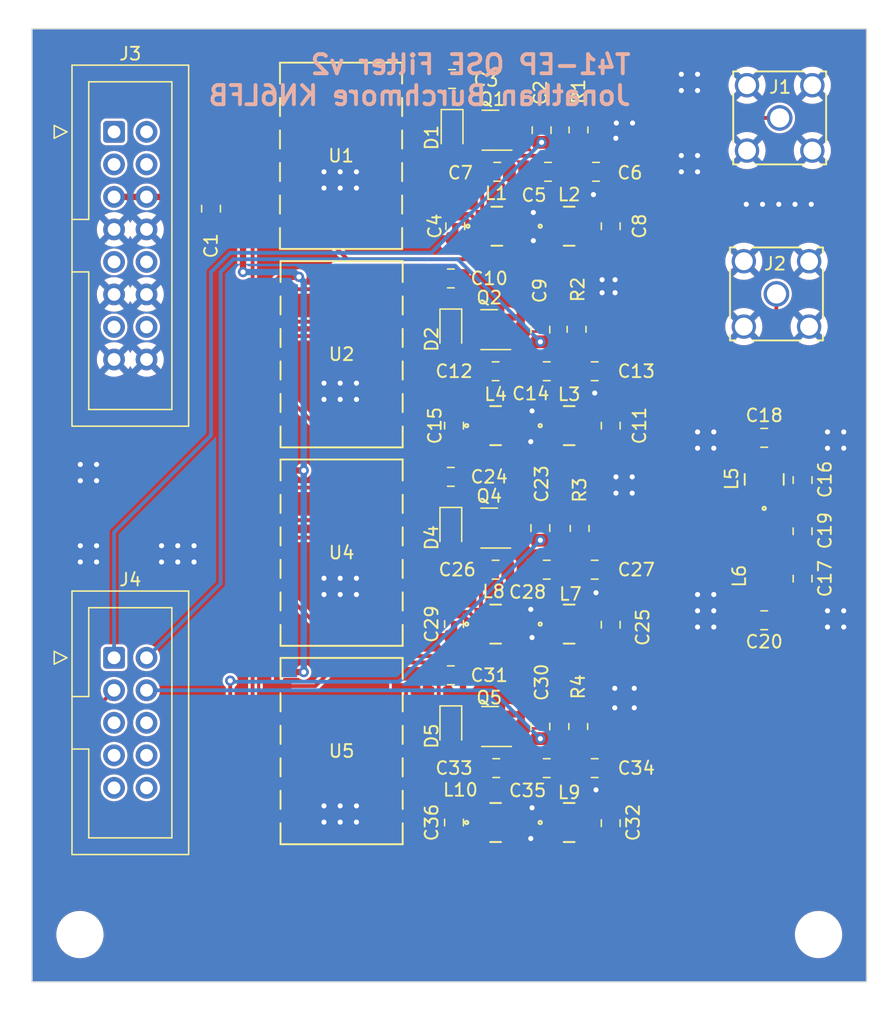
<source format=kicad_pcb>
(kicad_pcb (version 20221018) (generator pcbnew)
  (layers (0 "F.Cu" signal) (31 "B.Cu" signal) (34 "B.Paste" user) (35 "F.Paste" user) (36 "B.SilkS" user "B.Silkscreen") (37 "F.SilkS" user "F.Silkscreen") (38 "B.Mask" user) (39 "F.Mask" user) (44 "Edge.Cuts" user))
  (net 0 "")
  (net 1 "Band_80M")
  (net 2 "GND")
  (net 3 "Net-(D1-A)")
  (net 4 "Band_40M")
  (net 5 "Net-(D2-A)")
  (net 6 "Band_20M")
  (net 7 "Net-(D4-A)")
  (net 8 "Band_15M")
  (net 9 "Net-(D5-A)")
  (net 10 "+12V")
  (net 11 "Net-(U5-Pad2)")
  (net 12 "15M_Out")
  (net 13 "Net-(C32-Pad2)")
  (net 16 "Net-(C33-Pad1)")
  (net 17 "20M_Out")
  (net 18 "Net-(U1-Pad2)")
  (net 19 "80M_Out")
  (net 20 "Net-(C6-Pad1)")
  (net 23 "Net-(C4-Pad1)")
  (net 24 "RF_In")
  (net 25 "Net-(U2-Pad2)")
  (net 26 "40M_Out")
  (net 27 "Net-(C11-Pad2)")
  (net 30 "Net-(C12-Pad1)")
  (net 31 "Net-(U4-Pad2)")
  (net 32 "Net-(C25-Pad2)")
  (net 35 "Net-(C26-Pad1)")
  (net 36 "Net-(C5-Pad1)")
  (net 37 "Net-(C11-Pad1)")
  (net 38 "Net-(C16-Pad1)")
  (net 39 "RF_Out")
  (net 40 "Net-(C25-Pad1)")
  (net 41 "Net-(C32-Pad1)")
  (footprint "QSE Filter:C_0805_2012Metric" (layer "F.Cu") (at 110.5 78.25 -90)
    (fp_text reference "C15")
    (fp_text value "680pF" hide)
  )
  (footprint "QSE Filter:INDC2015X152N" (layer "F.Cu") (at 134.75 90.055001 90)
    (fp_text reference "L6")
    (fp_text value "200nH")
  )
  (footprint "QSE Filter:IND_1008CS_COC" (layer "F.Cu") (at 113.75 109.25)
    (fp_text reference "L10")
    (fp_text value "270nH")
  )
  (footprint "QSE Filter:C_0805_2012Metric" (layer "F.Cu") (at 117.75 89.5)
    (fp_text reference "C28")
    (fp_text value "620pF" hide)
  )
  (footprint "QSE Filter:D_SOD-323" (layer "F.Cu") (at 110.25 101.75 -90)
    (fp_text reference "D5")
    (fp_text value "1N4148WS" hide)
  )
  (footprint "QSE Filter:C_0805_2012Metric" (layer "F.Cu") (at 121.5 105 180)
    (fp_text reference "C34")
    (fp_text value "240pF" hide)
  )
  (footprint "QSE Filter:D_SOD-323" (layer "F.Cu") (at 110.25 70.75 -90)
    (fp_text reference "D2")
    (fp_text value "1N4148WS" hide)
  )
  (footprint "QSE Filter:IND_1008CS_COC" (layer "F.Cu") (at 119.5 109.25)
    (fp_text reference "L9")
    (fp_text value "220nH")
  )
  (footprint "QSE Filter:C_0805_2012Metric" (layer "F.Cu") (at 113.75 89.5)
    (fp_text reference "C26")
    (fp_text value "47pF" hide)
  )
  (footprint "QSE Filter:C_0805_2012Metric" (layer "F.Cu") (at 117.847499 58.42)
    (fp_text reference "C5")
    (fp_text value "2400pF" hide)
  )
  (footprint "QSE Filter:CONN_RF2-04A-T-00-50-G_ADM" (layer "F.Cu") (at 135.96 54.21)
    (fp_text reference "J1")
    (fp_text value "RF In")
  )
  (footprint "QSE Filter:C_0805_2012Metric" (layer "F.Cu") (at 117.75 74)
    (fp_text reference "C14")
    (fp_text value "1300pF" hide)
  )
  (footprint "QSE Filter:MountingHole_3.2mm_M3" (layer "F.Cu") (at 81.25 118)
    (fp_text reference "REF**" hide)
    (fp_text value "MountingHole_3.2mm_M3" hide)
  )
  (footprint "QSE Filter:C_0805_2012Metric" (layer "F.Cu") (at 137.75 86.5 90)
    (fp_text reference "C19")
    (fp_text value "390pF" hide)
  )
  (footprint "QSE Filter:C_0805_2012Metric" (layer "F.Cu") (at 110.347499 51.17)
    (fp_text reference "C3")
    (fp_text value "0.1uF" hide)
  )
  (footprint "QSE Filter:C_0805_2012Metric" (layer "F.Cu") (at 117.25 101.75 90)
    (fp_text reference "C30")
    (fp_text value "0.1uF" hide)
  )
  (footprint "QSE Filter:IND_1008CS_COC" (layer "F.Cu") (at 119.5 62.67)
    (fp_text reference "L2")
    (fp_text value "1.3uH")
  )
  (footprint "QSE Filter:C_0805_2012Metric" (layer "F.Cu") (at 117.347499 55.17 90)
    (fp_text reference "C2")
    (fp_text value "0.1uF" hide)
  )
  (footprint "QSE Filter:C_0805_2012Metric" (layer "F.Cu") (at 113.8 105)
    (fp_text reference "C33")
    (fp_text value "36pF" hide)
  )
  (footprint "QSE Filter:C_0805_2012Metric" (layer "F.Cu") (at 110.25 97.75)
    (fp_text reference "C31")
    (fp_text value "0.1uF" hide)
  )
  (footprint "QSE Filter:SOT-23" (layer "F.Cu") (at 113.3125 101.75 180)
    (fp_text reference "Q5")
    (fp_text value "2N7002" hide)
  )
  (footprint "QSE Filter:IND_1008CS_COC" (layer "F.Cu") (at 113.75 93.75)
    (fp_text reference "L8")
    (fp_text value "390nF")
  )
  (footprint "QSE Filter:SOT-23" (layer "F.Cu") (at 113.25 86.25 180)
    (fp_text reference "Q4")
    (fp_text value "2N7002" hide)
  )
  (footprint "QSE Filter:IND_1008CS_COC" (layer "F.Cu") (at 113.847499 62.67)
    (fp_text reference "L1")
    (fp_text value "1.5uH")
  )
  (footprint "QSE Filter:SOT-23" (layer "F.Cu") (at 113.25 70.75 180)
    (fp_text reference "Q2")
    (fp_text value "2N7002" hide)
  )
  (footprint "QSE Filter:C_0805_2012Metric" (layer "F.Cu") (at 113.75 74)
    (fp_text reference "C12")
    (fp_text value "91pF" hide)
  )
  (footprint "QSE Filter:D_SOD-323" (layer "F.Cu") (at 110.347499 55.17 -90)
    (fp_text reference "D1")
    (fp_text value "1N4148WS" hide)
  )
  (footprint "QSE Filter:R_0805_2012Metric" (layer "F.Cu") (at 120.23 55.15 90)
    (fp_text reference "R1")
    (fp_text value "6.8K" hide)
  )
  (footprint "QSE Filter:C_0805_2012Metric" (layer "F.Cu") (at 117.25 86.25 90)
    (fp_text reference "C23")
    (fp_text value "0.1uF" hide)
  )
  (footprint "QSE Filter:C_0805_2012Metric" (layer "F.Cu") (at 117.25 70.75 90)
    (fp_text reference "C9")
    (fp_text value "0.1uF" hide)
  )
  (footprint "QSE Filter:C_0805_2012Metric" (layer "F.Cu") (at 117.75 105)
    (fp_text reference "C35")
    (fp_text value "510pF" hide)
  )
  (footprint "QSE Filter:IDC-Header_2x05_P2.54mm_Vertical" (layer "F.Cu") (at 83.9181 96.38)
    (fp_text reference "J4")
    (fp_text value "Control In")
  )
  (footprint "QSE Filter:D_SOD-323" (layer "F.Cu") (at 110.25 86.25 -90)
    (fp_text reference "D4")
    (fp_text value "1N4148WS" hide)
  )
  (footprint "QSE Filter:C_0805_2012Metric" (layer "F.Cu") (at 122.75 78.25 90)
    (fp_text reference "C11")
    (fp_text value "220pF" hide)
  )
  (footprint "QSE Filter:R_0805_2012Metric" (layer "F.Cu") (at 120.08 70.72 90)
    (fp_text reference "R2")
    (fp_text value "6.8K" hide)
  )
  (footprint "QSE Filter:EB2-12NU_KEM" (layer "F.Cu") (at 101.7081 88.17)
    (fp_text reference "U4")
    (fp_text value "EB2-12NU")
  )
  (footprint "QSE Filter:C_0805_2012Metric" (layer "F.Cu") (at 121.5 89.5 180)
    (fp_text reference "C27")
    (fp_text value "300pF" hide)
  )
  (footprint "QSE Filter:C_0805_2012Metric" (layer "F.Cu") (at 134.75 79.2 180)
    (fp_text reference "C18")
    (fp_text value "180pF" hide)
  )
  (footprint "QSE Filter:MountingHole_3.2mm_M3" (layer "F.Cu") (at 139 118)
    (fp_text reference "REF**" hide)
    (fp_text value "MountingHole_3.2mm_M3" hide)
  )
  (footprint "QSE Filter:IND_1008CS_COC" (layer "F.Cu") (at 119.5 93.75)
    (fp_text reference "L7")
    (fp_text value "330nH")
  )
  (footprint "QSE Filter:EB2-12NU_KEM" (layer "F.Cu") (at 101.7081 103.67)
    (fp_text reference "U5")
    (fp_text value "EB2-12NU")
  )
  (footprint "QSE Filter:C_0805_2012Metric" (layer "F.Cu") (at 122.75 109.3 90)
    (fp_text reference "C32")
    (fp_text value "82pF" hide)
  )
  (footprint "QSE Filter:CONN_RF2-04A-T-00-50-G_ADM" (layer "F.Cu") (at 135.71 67.96)
    (fp_text reference "J2")
    (fp_text value "RF Out")
  )
  (footprint "QSE Filter:R_0805_2012Metric" (layer "F.Cu") (at 120.32 86.28 90)
    (fp_text reference "R3")
    (fp_text value "6.8K" hide)
  )
  (footprint "QSE Filter:IND_1008CS_COC" (layer "F.Cu") (at 113.75 78.25)
    (fp_text reference "L4")
    (fp_text value "750nH")
  )
  (footprint "QSE Filter:C_0805_2012Metric" (layer "F.Cu") (at 110.597499 62.67 -90)
    (fp_text reference "C4")
    (fp_text value "1300pF" hide)
  )
  (footprint "QSE Filter:C_0805_2012Metric" (layer "F.Cu") (at 110.25 66.75)
    (fp_text reference "C10")
    (fp_text value "0.1uF" hide)
  )
  (footprint "QSE Filter:C_0805_2012Metric" (layer "F.Cu") (at 110.5 93.75 -90)
    (fp_text reference "C29")
    (fp_text value "330pF" hide)
  )
  (footprint "QSE Filter:C_0805_2012Metric" (layer "F.Cu") (at 113.877499 58.42)
    (fp_text reference "C7")
    (fp_text value "180pF" hide)
  )
  (footprint "QSE Filter:IND_1008CS_COC" (layer "F.Cu") (at 119.5 78.25)
    (fp_text reference "L3")
    (fp_text value "620nH")
  )
  (footprint "QSE Filter:EB2-12NU_KEM" (layer "F.Cu") (at 101.7081 72.67)
    (fp_text reference "U2")
    (fp_text value "EB2-12NU")
  )
  (footprint "QSE Filter:C_0805_2012Metric" (layer "F.Cu") (at 121.597499 58.42 180)
    (fp_text reference "C6")
    (fp_text value "1100pF" hide)
  )
  (footprint "QSE Filter:C_0805_2012Metric" (layer "F.Cu") (at 134.75 93.45 180)
    (fp_text reference "C20")
    (fp_text value "180pF" hide)
  )
  (footprint "QSE Filter:C_0805_2012Metric" (layer "F.Cu") (at 91.5 61.3 -90)
    (fp_text reference "C1")
    (fp_text value "0.1uF")
  )
  (footprint "QSE Filter:R_0805_2012Metric" (layer "F.Cu") (at 120.21 101.75 90)
    (fp_text reference "R4")
    (fp_text value "6.8K" hide)
  )
  (footprint "QSE Filter:EB2-12NU_KEM" (layer "F.Cu") (at 101.6662 57.17)
    (fp_text reference "U1")
    (fp_text value "EB2-12NU")
  )
  (footprint "QSE Filter:C_0805_2012Metric" (layer "F.Cu") (at 122.75 62.67 90)
    (fp_text reference "C8")
    (fp_text value "390pF" hide)
  )
  (footprint "QSE Filter:C_0805_2012Metric" (layer "F.Cu") (at 121.5 74 180)
    (fp_text reference "C13")
    (fp_text value "560pF" hide)
  )
  (footprint "QSE Filter:C_0805_2012Metric" (layer "F.Cu") (at 110.25 82.25)
    (fp_text reference "C24")
    (fp_text value "0.1uF" hide)
  )
  (footprint "QSE Filter:SOT-23" (layer "F.Cu") (at 113.347499 55.17 180)
    (fp_text reference "Q1")
    (fp_text value "2N7002" hide)
  )
  (footprint "QSE Filter:C_0805_2012Metric" (layer "F.Cu") (at 110.5 109.25 -90)
    (fp_text reference "C36")
    (fp_text value "220pF" hide)
  )
  (footprint "QSE Filter:C_0805_2012Metric" (layer "F.Cu") (at 137.75 82.5 90)
    (fp_text reference "C16")
    (fp_text value "62pF" hide)
  )
  (footprint "QSE Filter:C_0805_2012Metric" (layer "F.Cu") (at 137.75 90.2 90)
    (fp_text reference "C17")
    (fp_text value "27pF" hide)
  )
  (footprint "QSE Filter:IDC-Header_2x08_P2.54mm_Vertical" (layer "F.Cu") (at 83.9181 55.3)
    (fp_text reference "J3")
    (fp_text value "Power")
  )
  (footprint "QSE Filter:C_0805_2012Metric" (layer "F.Cu") (at 122.75 93.8 90)
    (fp_text reference "C25")
    (fp_text value "110pF" hide)
  )
  (footprint "QSE Filter:IND_1008CS_COC" (layer "F.Cu") (at 134.75 82.45 90)
    (fp_text reference "L5")
    (fp_text value "180nH")
  )
  (gr_rect (start 77.5 47.25) (end 142.75 121.7) (stroke (width 0.1)) (fill none) (layer "Edge.Cuts"))
  (gr_text "T41-EP QSE Filter v2\nJonathan Burchmore KN6LFB" (at 124.46 53.34) (layer "B.SilkS") (effects (font (size 1.5 1.5) (thickness 0.3) bold) (justify left bottom mirror)))
  (segment (start 117.347499 56.12) (end 120.1725 56.12) (width 0.25) (layer "F.Cu") (net 1))
  (segment (start 114.284999 56.12) (end 117.347499 56.12) (width 0.3) (layer "F.Cu") (net 1))
  (segment (start 120.1725 56.12) (end 120.23 56.0625) (width 0.25) (layer "F.Cu") (net 1))
  (segment (start 119.9425 56.12) (end 119.97 56.0925) (width 0.25) (layer "F.Cu") (net 1))
  (segment (start 119.6925 56.12) (end 119.7 56.1125) (width 0.25) (layer "F.Cu") (net 1))
  (via (at 117.347499 56.12) (size 0.8) (drill 0.4) (layers "F.Cu" "B.Cu") (net 1))
  (segment (start 83.9181 96.38) (end 83.9181 86.5819) (width 0.3) (layer "B.Cu") (net 1))
  (segment (start 83.9181 86.5819) (end 91.5 79) (width 0.3) (layer "B.Cu") (net 1))
  (segment (start 93 64.75) (end 108.717499 64.75) (width 0.3) (layer "B.Cu") (net 1))
  (segment (start 108.717499 64.75) (end 117.347499 56.12) (width 0.3) (layer "B.Cu") (net 1))
  (segment (start 91.5 79) (end 91.5 66.25) (width 0.3) (layer "B.Cu") (net 1))
  (segment (start 91.5 66.25) (end 93 64.75) (width 0.3) (layer "B.Cu") (net 1))
  (via (at 128.27 58.42) (size 0.8) (drill 0.4) (layers "F.Cu" "B.Cu") (net 2))
  (via (at 134.62 60.96) (size 0.8) (drill 0.4) (layers "F.Cu" "B.Cu") (net 2))
  (via (at 101.6 109.22) (size 0.8) (drill 0.4) (layers "F.Cu" "B.Cu") (net 2))
  (via (at 130.81 80.01) (size 0.8) (drill 0.4) (layers "F.Cu" "B.Cu") (net 2))
  (via (at 102.87 58.42) (size 0.8) (drill 0.4) (layers "F.Cu" "B.Cu") (net 2))
  (via (at 100.33 109.22) (size 0.8) (drill 0.4) (layers "F.Cu" "B.Cu") (net 2))
  (via (at 140.97 78.74) (size 0.8) (drill 0.4) (layers "F.Cu" "B.Cu") (net 2))
  (via (at 102.87 76.2) (size 0.8) (drill 0.4) (layers "F.Cu" "B.Cu") (net 2))
  (via (at 129.54 52.07) (size 0.8) (drill 0.4) (layers "F.Cu" "B.Cu") (net 2))
  (via (at 140.97 93.98) (size 0.8) (drill 0.4) (layers "F.Cu" "B.Cu") (net 2))
  (via (at 90.17 87.63) (size 0.8) (drill 0.4) (layers "F.Cu" "B.Cu") (net 2))
  (via (at 140.97 92.71) (size 0.8) (drill 0.4) (layers "F.Cu" "B.Cu") (net 2))
  (via (at 129.54 92.71) (size 0.8) (drill 0.4) (layers "F.Cu" "B.Cu") (net 2))
  (via (at 139.7 80.01) (size 0.8) (drill 0.4) (layers "F.Cu" "B.Cu") (net 2))
  (via (at 123.066 98.766) (size 0.8) (drill 0.4) (layers "F.Cu" "B.Cu") (net 2))
  (via (at 102.87 59.69) (size 0.8) (drill 0.4) (layers "F.Cu" "B.Cu") (net 2))
  (via (at 82.55 81.28) (size 0.8) (drill 0.4) (layers "F.Cu" "B.Cu") (net 2))
  (via (at 116.7 63.8) (size 0.8) (drill 0.4) (layers "F.Cu" "B.Cu") (net 2))
  (via (at 129.54 50.8) (size 0.8) (drill 0.4) (layers "F.Cu" "B.Cu") (net 2))
  (via (at 129.54 78.74) (size 0.8) (drill 0.4) (layers "F.Cu" "B.Cu") (net 2))
  (via (at 100.33 76.2) (size 0.8) (drill 0.4) (layers "F.Cu" "B.Cu") (net 2))
  (via (at 128.27 50.8) (size 0.8) (drill 0.4) (layers "F.Cu" "B.Cu") (net 2))
  (via (at 82.55 82.55) (size 0.8) (drill 0.4) (layers "F.Cu" "B.Cu") (net 2))
  (via (at 129.54 93.98) (size 0.8) (drill 0.4) (layers "F.Cu" "B.Cu") (net 2))
  (via (at 81.28 81.28) (size 0.8) (drill 0.4) (layers "F.Cu" "B.Cu") (net 2))
  (via (at 121.6 106.7) (size 0.8) (drill 0.4) (layers "F.Cu" "B.Cu") (net 2))
  (via (at 121.6 91.3) (size 0.8) (drill 0.4) (layers "F.Cu" "B.Cu") (net 2))
  (via (at 116.6 94.8) (size 0.8) (drill 0.4) (layers "F.Cu" "B.Cu") (net 2))
  (via (at 102.87 109.22) (size 0.8) (drill 0.4) (layers "F.Cu" "B.Cu") (net 2))
  (via (at 124.59 100.29) (size 0.8) (drill 0.4) (layers "F.Cu" "B.Cu") (net 2))
  (via (at 88.9 87.63) (size 0.8) (drill 0.4) (layers "F.Cu" "B.Cu") (net 2))
  (via (at 100.33 107.95) (size 0.8) (drill 0.4) (layers "F.Cu" "B.Cu") (net 2))
  (via (at 82.55 88.9) (size 0.8) (drill 0.4) (layers "F.Cu" "B.Cu") (net 2))
  (via (at 130.81 78.74) (size 0.8) (drill 0.4) (layers "F.Cu" "B.Cu") (net 2))
  (via (at 116.5 110.5) (size 0.8) (drill 0.4) (layers "F.Cu" "B.Cu") (net 2))
  (via (at 123.15 55.8) (size 0.8) (drill 0.4) (layers "F.Cu" "B.Cu") (net 2))
  (via (at 139.7 78.74) (size 0.8) (drill 0.4) (layers "F.Cu" "B.Cu") (net 2))
  (via (at 102.87 107.95) (size 0.8) (drill 0.4) (layers "F.Cu" "B.Cu") (net 2))
  (via (at 123.16 82.25) (size 0.8) (drill 0.4) (layers "F.Cu" "B.Cu") (net 2))
  (via (at 101.6 76.2) (size 0.8) (drill 0.4) (layers "F.Cu" "B.Cu") (net 2))
  (via (at 123.19 54.61) (size 0.8) (drill 0.4) (layers "F.Cu" "B.Cu") (net 2))
  (via (at 129.54 80.01) (size 0.8) (drill 0.4) (layers "F.Cu" "B.Cu") (net 2))
  (via (at 81.28 88.9) (size 0.8) (drill 0.4) (layers "F.Cu" "B.Cu") (net 2))
  (via (at 81.28 87.63) (size 0.8) (drill 0.4) (layers "F.Cu" "B.Cu") (net 2))
  (via (at 100.33 74.93) (size 0.8) (drill 0.4) (layers "F.Cu" "B.Cu") (net 2))
  (via (at 101.6 59.69) (size 0.8) (drill 0.4) (layers "F.Cu" "B.Cu") (net 2))
  (via (at 102.87 74.93) (size 0.8) (drill 0.4) (layers "F.Cu" "B.Cu") (net 2))
  (via (at 124.46 54.61) (size 0.8) (drill 0.4) (layers "F.Cu" "B.Cu") (net 2))
  (via (at 140.97 80.01) (size 0.8) (drill 0.4) (layers "F.Cu" "B.Cu") (net 2))
  (via (at 116.6 108.1) (size 0.8) (drill 0.4) (layers "F.Cu" "B.Cu") (net 2))
  (via (at 123.09 66.85) (size 0.8) (drill 0.4) (layers "F.Cu" "B.Cu") (net 2))
  (via (at 122.074 66.85) (size 0.8) (drill 0.4) (layers "F.Cu" "B.Cu") (net 2))
  (via (at 116.6 77.1) (size 0.8) (drill 0.4) (layers "F.Cu" "B.Cu") (net 2))
  (via (at 129.54 91.44) (size 0.8) (drill 0.4) (layers "F.Cu" "B.Cu") (net 2))
  (via (at 123.066 100.29) (size 0.8) (drill 0.4) (layers "F.Cu" "B.Cu") (net 2))
  (via (at 130.81 93.98) (size 0.8) (drill 0.4) (layers "F.Cu" "B.Cu") (net 2))
  (via (at 130.81 92.71) (size 0.8) (drill 0.4) (layers "F.Cu" "B.Cu") (net 2))
  (via (at 133.35 60.96) (size 0.8) (drill 0.4) (layers "F.Cu" "B.Cu") (net 2))
  (via (at 116.5 92.6) (size 0.8) (drill 0.4) (layers "F.Cu" "B.Cu") (net 2))
  (via (at 102.87 90.17) (size 0.8) (drill 0.4) (layers "F.Cu" "B.Cu") (net 2))
  (via (at 128.27 52.07) (size 0.8) (drill 0.4) (layers "F.Cu" "B.Cu") (net 2))
  (via (at 87.63 87.63) (size 0.8) (drill 0.4) (layers "F.Cu" "B.Cu") (net 2))
  (via (at 100.33 59.69) (size 0.8) (drill 0.4) (layers "F.Cu" "B.Cu") (net 2))
  (via (at 101.6 107.95) (size 0.8) (drill 0.4) (layers "F.Cu" "B.Cu") (net 2))
  (via (at 100.33 91.44) (size 0.8) (drill 0.4) (layers "F.Cu" "B.Cu") (net 2))
  (via (at 116.7 61.6) (size 0.8) (drill 0.4) (layers "F.Cu" "B.Cu") (net 2))
  (via (at 100.33 58.42) (size 0.8) (drill 0.4) (layers "F.Cu" "B.Cu") (net 2))
  (via (at 129.54 57.15) (size 0.8) (drill 0.4) (layers "F.Cu" "B.Cu") (net 2))
  (via (at 139.7 93.98) (size 0.8) (drill 0.4) (layers "F.Cu" "B.Cu") (net 2))
  (via (at 90.17 88.9) (size 0.8) (drill 0.4) (layers "F.Cu" "B.Cu") (net 2))
  (via (at 102.87 91.44) (size 0.8) (drill 0.4) (layers "F.Cu" "B.Cu") (net 2))
  (via (at 101.6 58.42) (size 0.8) (drill 0.4) (layers "F.Cu" "B.Cu") (net 2))
  (via (at 121.5 75.7) (size 0.8) (drill 0.4) (layers "F.Cu" "B.Cu") (net 2))
  (via (at 101.6 74.93) (size 0.8) (drill 0.4) (layers "F.Cu" "B.Cu") (net 2))
  (via (at 130.81 91.44) (size 0.8) (drill 0.4) (layers "F.Cu" "B.Cu") (net 2))
  (via (at 81.28 82.55) (size 0.8) (drill 0.4) (layers "F.Cu" "B.Cu") (net 2))
  (via (at 116.5 79.5) (size 0.8) (drill 0.4) (layers "F.Cu" "B.Cu") (net 2))
  (via (at 82.55 87.63) (size 0.8) (drill 0.4) (layers "F.Cu" "B.Cu") (net 2))
  (via (at 128.27 57.15) (size 0.8) (drill 0.4) (layers "F.Cu" "B.Cu") (net 2))
  (via (at 123.16 83.52) (size 0.8) (drill 0.4) (layers "F.Cu" "B.Cu") (net 2))
  (via (at 87.63 88.9) (size 0.8) (drill 0.4) (layers "F.Cu" "B.Cu") (net 2))
  (via (at 123.09 67.866) (size 0.8) (drill 0.4) (layers "F.Cu" "B.Cu") (net 2))
  (via (at 122.074 67.866) (size 0.8) (drill 0.4) (layers "F.Cu" "B.Cu") (net 2))
  (via (at 124.43 82.25) (size 0.8) (drill 0.4) (layers "F.Cu" "B.Cu") (net 2))
  (via (at 88.9 88.9) (size 0.8) (drill 0.4) (layers "F.Cu" "B.Cu") (net 2))
  (via (at 139.7 92.71) (size 0.8) (drill 0.4) (layers "F.Cu" "B.Cu") (net 2))
  (via (at 101.6 90.17) (size 0.8) (drill 0.4) (layers "F.Cu" "B.Cu") (net 2))
  (via (at 101.6 91.44) (size 0.8) (drill 0.4) (layers "F.Cu" "B.Cu") (net 2))
  (via (at 124.59 98.766) (size 0.8) (drill 0.4) (layers "F.Cu" "B.Cu") (net 2))
  (via (at 137.16 60.96) (size 0.8) (drill 0.4) (layers "F.Cu" "B.Cu") (net 2))
  (via (at 138.43 60.96) (size 0.8) (drill 0.4) (layers "F.Cu" "B.Cu") (net 2))
  (via (at 121.4 60.2) (size 0.8) (drill 0.4) (layers "F.Cu" "B.Cu") (net 2))
  (via (at 129.54 58.42) (size 0.8) (drill 0.4) (layers "F.Cu" "B.Cu") (net 2))
  (via (at 100.33 90.17) (size 0.8) (drill 0.4) (layers "F.Cu" "B.Cu") (net 2))
  (via (at 124.43 83.52) (size 0.8) (drill 0.4) (layers "F.Cu" "B.Cu") (net 2))
  (via (at 135.89 60.96) (size 0.8) (drill 0.4) (layers "F.Cu" "B.Cu") (net 2))
  (segment (start 110.347499 56.147499) (end 106.7081 52.5081) (width 0.3) (layer "F.Cu") (net 3))
  (segment (start 112.409999 55.690001) (end 112.409999 55.17) (width 0.3) (layer "F.Cu") (net 3))
  (segment (start 110.347499 56.22) (end 110.347499 56.147499) (width 0.3) (layer "F.Cu") (net 3))
  (segment (start 110.347499 56.22) (end 111.88 56.22) (width 0.3) (layer "F.Cu") (net 3))
  (segment (start 111.88 56.22) (end 112.409999 55.690001) (width 0.3) (layer "F.Cu") (net 3))
  (segment (start 106.7081 52.5081) (end 106.7081 52.089901) (width 0.3) (layer "F.Cu") (net 3))
  (segment (start 120.0125 71.7) (end 120.08 71.6325) (width 0.25) (layer "F.Cu") (net 4))
  (segment (start 114.1875 71.7) (end 117.25 71.7) (width 0.3) (layer "F.Cu") (net 4))
  (segment (start 119.5875 71.7) (end 119.6 71.7125) (width 0.25) (layer "F.Cu") (net 4))
  (segment (start 117.25 71.7) (end 120.0125 71.7) (width 0.25) (layer "F.Cu") (net 4))
  (via (at 117.25 71.7) (size 0.8) (drill 0.4) (layers "F.Cu" "B.Cu") (net 4))
  (segment (start 92.25 66.25) (end 93.25 65.25) (width 0.3) (layer "B.Cu") (net 4))
  (segment (start 93.25 65.25) (end 110.8 65.25) (width 0.3) (layer "B.Cu") (net 4))
  (segment (start 92.25 90.5881) (end 92.25 66.25) (width 0.3) (layer "B.Cu") (net 4))
  (segment (start 110.8 65.25) (end 117.25 71.7) (width 0.3) (layer "B.Cu") (net 4))
  (segment (start 86.4581 96.38) (end 92.25 90.5881) (width 0.3) (layer "B.Cu") (net 4))
  (segment (start 110.25 71.8) (end 110.25 71.05) (width 0.3) (layer "F.Cu") (net 5))
  (segment (start 108.3 69.1) (end 107.4 69.1) (width 0.3) (layer "F.Cu") (net 5))
  (segment (start 107.4 69.1) (end 106.75 68.45) (width 0.3) (layer "F.Cu") (net 5))
  (segment (start 106.75 68.45) (end 106.75 67.589901) (width 0.3) (layer "F.Cu") (net 5))
  (segment (start 110.25 71.05) (end 108.3 69.1) (width 0.3) (layer "F.Cu") (net 5))
  (segment (start 112.3125 70.75) (end 111.3 70.75) (width 0.3) (layer "F.Cu") (net 5))
  (segment (start 111.3 70.75) (end 110.25 71.8) (width 0.3) (layer "F.Cu") (net 5))
  (segment (start 83.9181 98.92) (end 81.75 101.0881) (width 0.3) (layer "F.Cu") (net 6))
  (segment (start 81.75 103.5) (end 81.75 108) (width 0.3) (layer "F.Cu") (net 6))
  (segment (start 114.1875 87.2) (end 117.25 87.2) (width 0.3) (layer "F.Cu") (net 6))
  (segment (start 117.25 87.2) (end 120.3125 87.2) (width 0.25) (layer "F.Cu") (net 6))
  (segment (start 120.3125 87.2) (end 120.32 87.1925) (width 0.25) (layer "F.Cu") (net 6))
  (segment (start 83.25 109.5) (end 85.25 109.5) (width 0.3) (layer "F.Cu") (net 6))
  (segment (start 81.75 108) (end 83.25 109.5) (width 0.3) (layer "F.Cu") (net 6))
  (segment (start 93 103.75) (end 93 98.1705) (width 0.3) (layer "F.Cu") (net 6))
  (segment (start 81.75 101.0881) (end 81.75 103.5) (width 0.3) (layer "F.Cu") (net 6))
  (segment (start 119.6875 87.2) (end 119.7 87.2125) (width 0.25) (layer "F.Cu") (net 6))
  (segment (start 87.25 109.5) (end 93 103.75) (width 0.3) (layer "F.Cu") (net 6))
  (segment (start 85.25 109.5) (end 87.25 109.5) (width 0.3) (layer "F.Cu") (net 6))
  (via (at 117.25 87.2) (size 0.8) (drill 0.4) (layers "F.Cu" "B.Cu") (net 6))
  (via (at 93 98.1705) (size 0.8) (drill 0.4) (layers "F.Cu" "B.Cu") (net 6))
  (segment (start 106.2 98.25) (end 117.25 87.2) (width 0.3) (layer "B.Cu") (net 6))
  (segment (start 93 98.1705) (end 93.0795 98.25) (width 0.3) (layer "B.Cu") (net 6))
  (segment (start 93.0795 98.25) (end 106.2 98.25) (width 0.3) (layer "B.Cu") (net 6))
  (segment (start 107.4 84.4) (end 106.75 83.75) (width 0.3) (layer "F.Cu") (net 7))
  (segment (start 111.7 87.3) (end 112.3125 86.6875) (width 0.3) (layer "F.Cu") (net 7))
  (segment (start 110.25 86.45) (end 108.2 84.4) (width 0.3) (layer "F.Cu") (net 7))
  (segment (start 108.2 84.4) (end 107.4 84.4) (width 0.3) (layer "F.Cu") (net 7))
  (segment (start 110.25 87.3) (end 111.7 87.3) (width 0.3) (layer "F.Cu") (net 7))
  (segment (start 110.25 87.3) (end 110.25 86.45) (width 0.3) (layer "F.Cu") (net 7))
  (segment (start 106.75 83.75) (end 106.75 83.089901) (width 0.3) (layer "F.Cu") (net 7))
  (segment (start 112.3125 86.6875) (end 112.3125 86.25) (width 0.3) (layer "F.Cu") (net 7))
  (segment (start 117.25 102.7) (end 120.1725 102.7) (width 0.25) (layer "F.Cu") (net 8))
  (segment (start 119.6875 102.7) (end 119.7 102.7125) (width 0.25) (layer "F.Cu") (net 8))
  (segment (start 120.1725 102.7) (end 120.21 102.6625) (width 0.25) (layer "F.Cu") (net 8))
  (segment (start 114.25 102.7) (end 117.25 102.7) (width 0.3) (layer "F.Cu") (net 8))
  (via (at 117.25 102.7) (size 0.8) (drill 0.4) (layers "F.Cu" "B.Cu") (net 8))
  (segment (start 113.47 98.92) (end 86.4581 98.92) (width 0.3) (layer "B.Cu") (net 8))
  (segment (start 117.25 102.7) (end 113.47 98.92) (width 0.3) (layer "B.Cu") (net 8))
  (segment (start 108.6 100.3) (end 110.25 101.95) (width 0.3) (layer "F.Cu") (net 9))
  (segment (start 106.75 98.589901) (end 106.75 99.35) (width 0.3) (layer "F.Cu") (net 9))
  (segment (start 110.25 101.95) (end 110.25 102.8) (width 0.3) (layer "F.Cu") (net 9))
  (segment (start 112 102.8) (end 112.375 102.425) (width 0.3) (layer "F.Cu") (net 9))
  (segment (start 107.7 100.3) (end 108.6 100.3) (width 0.3) (layer "F.Cu") (net 9))
  (segment (start 110.25 102.8) (end 112 102.8) (width 0.3) (layer "F.Cu") (net 9))
  (segment (start 106.75 99.35) (end 107.7 100.3) (width 0.3) (layer "F.Cu") (net 9))
  (segment (start 112.375 102.425) (end 112.375 101.75) (width 0.3) (layer "F.Cu") (net 9))
  (segment (start 99.927598 52.089901) (end 96.6243 52.089901) (width 0.3) (layer "F.Cu") (net 10))
  (segment (start 101.25 65.75) (end 108.3 65.75) (width 0.3) (layer "F.Cu") (net 10))
  (segment (start 108.3 65.75) (end 109.3 66.75) (width 0.3) (layer "F.Cu") (net 10))
  (segment (start 97.15 81.75) (end 98.75 81.75) (width 0.5) (layer "F.Cu") (net 10))
  (segment (start 101.5 81.25) (end 108.3 81.25) (width 0.3) (layer "F.Cu") (net 10))
  (segment (start 108.3 96.75) (end 109.3 97.75) (width 0.3) (layer "F.Cu") (net 10))
  (segment (start 99.660099 98.589901) (end 101.5 96.75) (width 0.3) (layer "F.Cu") (net 10))
  (segment (start 109.3 66.75) (end 109.3 68.75) (width 0.3) (layer "F.Cu") (net 10))
  (segment (start 96.494201 52.22) (end 96.6243 52.089901) (width 0.3) (layer "F.Cu") (net 10))
  (segment (start 94.610099 52.089901) (end 96.6243 52.089901) (width 0.5) (layer "F.Cu") (net 10))
  (segment (start 92.95 60.35) (end 94 61.4) (width 0.5) (layer "F.Cu") (net 10))
  (segment (start 101.847499 50.17) (end 99.927598 52.089901) (width 0.3) (layer "F.Cu") (net 10))
  (segment (start 94 61.4) (end 94 66.25) (width 0.5) (layer "F.Cu") (net 10))
  (segment (start 91.5 60.35) (end 92.95 60.35) (width 0.5) (layer "F.Cu") (net 10))
  (segment (start 109.397499 53.17) (end 110.347499 54.12) (width 0.3) (layer "F.Cu") (net 10))
  (segment (start 108.397499 50.17) (end 101.847499 50.17) (width 0.3) (layer "F.Cu") (net 10))
  (segment (start 108.3 81.25) (end 109.3 82.25) (width 0.3) (layer "F.Cu") (net 10))
  (segment (start 96.6662 98.589901) (end 99.660099 98.589901) (width 0.3) (layer "F.Cu") (net 10))
  (segment (start 101.5 81.25) (end 99.660099 83.089901) (width 0.3) (layer "F.Cu") (net 10))
  (segment (start 109.3 82.25) (end 109.3 84.25) (width 0.3) (layer "F.Cu") (net 10))
  (segment (start 109.3 97.75) (end 109.3 99.75) (width 0.3) (layer "F.Cu") (net 10))
  (segment (start 109.397499 51.17) (end 109.397499 53.17) (width 0.3) (layer "F.Cu") (net 10))
  (segment (start 98.75 97.5) (end 97 97.5) (width 0.5) (layer "F.Cu") (net 10))
  (segment (start 109.3 99.75) (end 110.25 100.7) (width 0.3) (layer "F.Cu") (net 10))
  (segment (start 91.5 55.2) (end 94.610099 52.089901) (width 0.5) (layer "F.Cu") (net 10))
  (segment (start 96.6662 66.9338) (end 96.975 66.625) (width 0.5) (layer "F.Cu") (net 10))
  (segment (start 109.397499 51.17) (end 108.397499 50.17) (width 0.3) (layer "F.Cu") (net 10))
  (segment (start 109.3 84.25) (end 110.25 85.2) (width 0.3) (layer "F.Cu") (net 10))
  (segment (start 97 97.5) (end 96.6662 97.8338) (width 0.5) (layer "F.Cu") (net 10))
  (segment (start 83.9181 60.38) (end 86.4581 60.38) (width 0.5) (layer "F.Cu") (net 10))
  (segment (start 96.975 66.625) (end 98.375 66.625) (width 0.5) (layer "F.Cu") (net 10))
  (segment (start 109.3 68.75) (end 110.25 69.7) (width 0.3) (layer "F.Cu") (net 10))
  (segment (start 91.5 60.35) (end 91.5 55.2) (width 0.5) (layer "F.Cu") (net 10))
  (segment (start 96.6662 67.589901) (end 99.410099 67.589901) (width 0.3) (layer "F.Cu") (net 10))
  (segment (start 91.47 60.38) (end 91.5 60.35) (width 0.5) (layer "F.Cu") (net 10))
  (segment (start 101.5 96.75) (end 108.3 96.75) (width 0.3) (layer "F.Cu") (net 10))
  (segment (start 96.6662 82.2338) (end 97.15 81.75) (width 0.5) (layer "F.Cu") (net 10))
  (segment (start 99.410099 67.589901) (end 101.25 65.75) (width 0.3) (layer "F.Cu") (net 10))
  (segment (start 96.6662 97.8338) (end 96.6662 98.589901) (width 0.5) (layer "F.Cu") (net 10))
  (segment (start 99.660099 83.089901) (end 96.6662 83.089901) (width 0.3) (layer "F.Cu") (net 10))
  (segment (start 96.6662 67.589901) (end 96.6662 66.9338) (width 0.5) (layer "F.Cu") (net 10))
  (segment (start 86.4581 60.38) (end 91.47 60.38) (width 0.5) (layer "F.Cu") (net 10))
  (segment (start 96.6662 83.089901) (end 96.6662 82.2338) (width 0.5) (layer "F.Cu") (net 10))
  (via (at 98.75 81.75) (size 0.8) (drill 0.4) (layers "F.Cu" "B.Cu") (net 10))
  (via (at 94 66.25) (size 0.8) (drill 0.4) (layers "F.Cu" "B.Cu") (net 10))
  (via (at 98.75 97.5) (size 0.8) (drill 0.4) (layers "F.Cu" "B.Cu") (net 10))
  (via (at 98.375 66.625) (size 0.8) (drill 0.4) (layers "F.Cu" "B.Cu") (net 10))
  (segment (start 94 66.25) (end 98 66.25) (width 0.5) (layer "B.Cu") (net 10))
  (segment (start 98.75 81.75) (end 98.75 97.5) (width 0.5) (layer "B.Cu") (net 10))
  (segment (start 98 66.25) (end 98.375 66.625) (width 0.5) (layer "B.Cu") (net 10))
  (segment (start 98.75 67) (end 98.75 81.75) (width 0.5) (layer "B.Cu") (net 10))
  (segment (start 98.375 66.625) (end 98.75 67) (width 0.5) (layer "B.Cu") (net 10))
  (segment (start 96.6662 101.13) (end 106.75 101.13) (width 0.3) (layer "F.Cu") (net 11))
  (segment (start 134.75 93.15) (end 134.75 91.014001) (width 0.3) (layer "F.Cu") (net 12))
  (segment (start 95.75 112) (end 94.25 110.5) (width 0.3) (layer "F.Cu") (net 12))
  (segment (start 126 112) (end 95.75 112) (width 0.3) (layer "F.Cu") (net 12))
  (segment (start 94.25 106.55) (end 96.6662 104.1338) (width 0.3) (layer "F.Cu") (net 12))
  (segment (start 135.7 102.3) (end 126 112) (width 0.3) (layer "F.Cu") (net 12))
  (segment (start 94.25 110.5) (end 94.25 106.55) (width 0.3) (layer "F.Cu") (net 12))
  (segment (start 135.05 93.45) (end 134.75 93.15) (width 0.3) (layer "F.Cu") (net 12))
  (segment (start 96.6662 104.1338) (end 96.6662 103.67) (width 0.3) (layer "F.Cu") (net 12))
  (segment (start 137.7 91.2) (end 137.75 91.15) (width 0.3) (layer "F.Cu") (net 12))
  (segment (start 135.7 93.45) (end 135.7 102.3) (width 0.3) (layer "F.Cu") (net 12))
  (segment (start 134.75 91.2) (end 137.7 91.2) (width 0.3) (layer "F.Cu") (net 12))
  (segment (start 135.7 93.45) (end 135.05 93.45) (width 0.3) (layer "F.Cu") (net 12))
  (segment (start 121.544999 108.35) (end 120.644999 109.25) (width 0.3) (layer "F.Cu") (net 13))
  (segment (start 121.2 103.75) (end 122.45 105) (width 0.3) (layer "F.Cu") (net 13))
  (segment (start 96.6662 106.21) (end 100.04 106.21) (width 0.3) (layer "F.Cu") (net 13))
  (segment (start 110.25 105) (end 111.5 103.75) (width 0.3) (layer "F.Cu") (net 13))
  (segment (start 100.04 106.21) (end 101.25 105) (width 0.3) (layer "F.Cu") (net 13))
  (segment (start 122.75 105.3) (end 122.45 105) (width 0.3) (layer "F.Cu") (net 13))
  (segment (start 101.25 105) (end 110.25 105) (width 0.3) (layer "F.Cu") (net 13))
  (segment (start 122.75 108.35) (end 121.544999 108.35) (width 0.3) (layer "F.Cu") (net 13))
  (segment (start 122.75 108.35) (end 122.75 105.3) (width 0.3) (layer "F.Cu") (net 13))
  (segment (start 111.5 103.75) (end 121.2 103.75) (width 0.3) (layer "F.Cu") (net 13))
  (segment (start 112.605001 109.25) (end 112.605001 105.244999) (width 0.3) (layer "F.Cu") (net 16))
  (segment (start 110.5 107.6) (end 110.5 108.3) (width 0.3) (layer "F.Cu") (net 16))
  (segment (start 112.605001 105.244999) (end 112.85 105) (width 0.3) (layer "F.Cu") (net 16))
  (segment (start 111.655001 108.3) (end 112.605001 109.25) (width 0.3) (layer "F.Cu") (net 16))
  (segment (start 110.5 108.3) (end 111.655001 108.3) (width 0.3) (layer "F.Cu") (net 16))
  (segment (start 109.11 106.21) (end 110.5 107.6) (width 0.3) (layer "F.Cu") (net 16))
  (segment (start 106.75 106.21) (end 109.11 106.21) (width 0.3) (layer "F.Cu") (net 16))
  (segment (start 94.75 88.75) (end 94.75 101.25) (width 0.3) (layer "F.Cu") (net 17))
  (segment (start 94.75 101.25) (end 95.75 102.25) (width 0.3) (layer "F.Cu") (net 17))
  (segment (start 95.75 102.25) (end 105.95 102.25) (width 0.3) (layer "F.Cu") (net 17))
  (segment (start 106.75 103.05) (end 106.75 103.67) (width 0.3) (layer "F.Cu") (net 17))
  (segment (start 96.6662 88.17) (end 95.33 88.17) (width 0.3) (layer "F.Cu") (net 17))
  (segment (start 95.33 88.17) (end 94.75 88.75) (width 0.3) (layer "F.Cu") (net 17))
  (segment (start 105.95 102.25) (end 106.75 103.05) (width 0.3) (layer "F.Cu") (net 17))
  (segment (start 96.6243 54.63) (end 106.7081 54.63) (width 0.3) (layer "F.Cu") (net 18))
  (segment (start 105.17 72.67) (end 106.75 72.67) (width 0.3) (layer "F.Cu") (net 19))
  (segment (start 103.75 71.25) (end 105.17 72.67) (width 0.3) (layer "F.Cu") (net 19))
  (segment (start 94.75 70.054976) (end 95.945024 71.25) (width 0.3) (layer "F.Cu") (net 19))
  (segment (start 95.945024 71.25) (end 103.75 71.25) (width 0.3) (layer "F.Cu") (net 19))
  (segment (start 95.33 57.17) (end 94.75 57.75) (width 0.3) (layer "F.Cu") (net 19))
  (segment (start 94.75 57.75) (end 94.75 70.054976) (width 0.3) (layer "F.Cu") (net 19))
  (segment (start 96.6243 57.17) (end 95.33 57.17) (width 0.3) (layer "F.Cu") (net 19))
  (segment (start 121.594999 61.72) (end 120.644999 62.67) (width 0.3) (layer "F.Cu") (net 20))
  (segment (start 122.75 61.72) (end 121.594999 61.72) (width 0.3) (layer "F.Cu") (net 20))
  (segment (start 123.25 65.25) (end 102.1643 65.25) (width 0.3) (layer "F.Cu") (net 20))
  (segment (start 122.75 61.72) (end 122.75 58.622501) (width 0.3) (layer "F.Cu") (net 20))
  (segment (start 98.01 59.71) (end 96.6243 59.71) (width 0.3) (layer "F.Cu") (net 20))
  (segment (start 122.75 61.72) (end 123.97 61.72) (width 0.3) (layer "F.Cu") (net 20))
  (segment (start 122.547499 61.67) (end 122.597499 61.72) (width 0.3) (layer "F.Cu") (net 20))
  (segment (start 123.97 61.72) (end 124.25 62) (width 0.3) (layer "F.Cu") (net 20))
  (segment (start 124.25 64.25) (end 123.25 65.25) (width 0.3) (layer "F.Cu") (net 20))
  (segment (start 122.75 58.622501) (end 122.547499 58.42) (width 0.3) (layer "F.Cu") (net 20))
  (segment (start 102.1643 65.25) (end 98.9 61.9857) (width 0.3) (layer "F.Cu") (net 20))
  (segment (start 124.25 62) (end 124.25 64.25) (width 0.3) (layer "F.Cu") (net 20))
  (segment (start 98.9 61.9857) (end 98.9 60.6) (width 0.3) (layer "F.Cu") (net 20))
  (segment (start 98.9 60.6) (end 98.01 59.71) (width 0.3) (layer "F.Cu") (net 20))
  (segment (start 108.557499 59.71) (end 106.7081 59.71) (width 0.3) (layer "F.Cu") (net 23))
  (segment (start 110.597499 61.72) (end 111.7525 61.72) (width 0.3) (layer "F.Cu") (net 23))
  (segment (start 108.597499 59.67) (end 108.557499 59.71) (width 0.3) (layer "F.Cu") (net 23))
  (segment (start 111.7525 61.72) (end 112.7025 62.67) (width 0.3) (layer "F.Cu") (net 23))
  (segment (start 108.597499 59.72) (end 108.597499 59.67) (width 0.3) (layer "F.Cu") (net 23))
  (segment (start 112.7025 62.67) (end 112.7025 58.644999) (width 0.3) (layer "F.Cu") (net 23))
  (segment (start 110.597499 61.72) (end 108.597499 59.72) (width 0.3) (layer "F.Cu") (net 23))
  (segment (start 112.7025 58.644999) (end 112.927499 58.42) (width 0.3) (layer "F.Cu") (net 23))
  (segment (start 112.927499 62.445001) (end 112.7025 62.67) (width 0.3) (layer "F.Cu") (net 23))
  (segment (start 126.79 54.21) (end 123.83 57.17) (width 0.3) (layer "F.Cu") (net 24))
  (segment (start 123.83 57.17) (end 106.7081 57.17) (width 0.3) (layer "F.Cu") (net 24))
  (segment (start 135.96 54.21) (end 126.79 54.21) (width 0.3) (layer "F.Cu") (net 24))
  (segment (start 96.6662 70.13) (end 106.75 70.13) (width 0.3) (layer "F.Cu") (net 25))
  (segment (start 104.92 88.17) (end 106.75 88.17) (width 0.3) (layer "F.Cu") (net 26))
  (segment (start 96.6662 72.67) (end 95.33 72.67) (width 0.3) (layer "F.Cu") (net 26))
  (segment (start 95.33 72.67) (end 94.75 73.25) (width 0.3) (layer "F.Cu") (net 26))
  (segment (start 94.75 73.25) (end 94.75 86.25) (width 0.3) (layer "F.Cu") (net 26))
  (segment (start 94.75 86.25) (end 95.5 87) (width 0.3) (layer "F.Cu") (net 26))
  (segment (start 95.5 87) (end 103.75 87) (width 0.3) (layer "F.Cu") (net 26))
  (segment (start 103.75 87) (end 104.92 88.17) (width 0.3) (layer "F.Cu") (net 26))
  (segment (start 122.75 74.3) (end 122.45 74) (width 0.3) (layer "F.Cu") (net 27))
  (segment (start 122.75 77.3) (end 122.75 74.3) (width 0.3) (layer "F.Cu") (net 27))
  (segment (start 123.47353 80.05) (end 122.77353 80.75) (width 0.3) (layer "F.Cu") (net 27))
  (segment (start 123.480456 80.05) (end 123.47353 80.05) (width 0.3) (layer "F.Cu") (net 27))
  (segment (start 123.825 79.69853) (end 123.825 79.705456) (width 0.3) (layer "F.Cu") (net 27))
  (segment (start 124.25 77.75) (end 124.25 79.27353) (width 0.3) (layer "F.Cu") (net 27))
  (segment (start 122.77353 80.75) (end 102.2062 80.75) (width 0.3) (layer "F.Cu") (net 27))
  (segment (start 97.3 76.6) (end 98.0562 76.6) (width 0.3) (layer "F.Cu") (net 27))
  (segment (start 123.825 79.705456) (end 123.480456 80.05) (width 0.3) (layer "F.Cu") (net 27))
  (segment (start 98.0562 76.6) (end 102.2062 80.75) (width 0.3) (layer "F.Cu") (net 27))
  (segment (start 122.75 77.3) (end 123.8 77.3) (width 0.3) (layer "F.Cu") (net 27))
  (segment (start 123.8 77.3) (end 124.25 77.75) (width 0.3) (layer "F.Cu") (net 27))
  (segment (start 96.6662 75.9662) (end 97.3 76.6) (width 0.3) (layer "F.Cu") (net 27))
  (segment (start 121.8 78.25) (end 122.75 77.3) (width 0.3) (layer "F.Cu") (net 27))
  (segment (start 96.6662 75.21) (end 96.6662 75.9662) (width 0.3) (layer "F.Cu") (net 27))
  (segment (start 124.25 79.27353) (end 123.825 79.69853) (width 0.3) (layer "F.Cu") (net 27))
  (segment (start 120.644999 78.25) (end 121.8 78.25) (width 0.3) (layer "F.Cu") (net 27))
  (segment (start 111.655001 77.3) (end 112.605001 78.25) (width 0.3) (layer "F.Cu") (net 30))
  (segment (start 110.5 77.3) (end 111.655001 77.3) (width 0.3) (layer "F.Cu") (net 30))
  (segment (start 112.605001 74.194999) (end 112.8 74) (width 0.3) (layer "F.Cu") (net 30))
  (segment (start 112.605001 78.25) (end 112.605001 74.194999) (width 0.3) (layer "F.Cu") (net 30))
  (segment (start 108.41 75.21) (end 110.5 77.3) (width 0.3) (layer "F.Cu") (net 30))
  (segment (start 106.75 75.21) (end 108.41 75.21) (width 0.3) (layer "F.Cu") (net 30))
  (segment (start 96.6662 85.63) (end 106.75 85.63) (width 0.3) (layer "F.Cu") (net 31))
  (segment (start 122.75 92.85) (end 122.75 89.8) (width 0.3) (layer "F.Cu") (net 32))
  (segment (start 122.82353 96.25) (end 102.2062 96.25) (width 0.3) (layer "F.Cu") (net 32))
  (segment (start 122.75 89.8) (end 122.45 89.5) (width 0.3) (layer "F.Cu") (net 32))
  (segment (start 97.9562 92) (end 97.4 92) (width 0.3) (layer "F.Cu") (net 32))
  (segment (start 121.85 93.75) (end 122.75 92.85) (width 0.3) (layer "F.Cu") (net 32))
  (segment (start 122.75 92.85) (end 123.6 92.85) (width 0.3) (layer "F.Cu") (net 32))
  (segment (start 120.644999 93.75) (end 121.85 93.75) (width 0.3) (layer "F.Cu") (net 32))
  (segment (start 123.6 92.85) (end 124.25 93.5) (width 0.3) (layer "F.Cu") (net 32))
  (segment (start 124.25 94.82353) (end 122.82353 96.25) (width 0.3) (layer "F.Cu") (net 32))
  (segment (start 102.2062 96.25) (end 97.9562 92) (width 0.3) (layer "F.Cu") (net 32))
  (segment (start 97.4 92) (end 96.6662 91.2662) (width 0.3) (layer "F.Cu") (net 32))
  (segment (start 124.25 93.5) (end 124.25 94.82353) (width 0.3) (layer "F.Cu") (net 32))
  (segment (start 96.6662 91.2662) (end 96.6662 90.71) (width 0.3) (layer "F.Cu") (net 32))
  (segment (start 111.655001 92.8) (end 112.605001 93.75) (width 0.3) (layer "F.Cu") (net 35))
  (segment (start 106.75 90.71) (end 109.31 90.71) (width 0.3) (layer "F.Cu") (net 35))
  (segment (start 110.5 91.9) (end 110.5 92.8) (width 0.3) (layer "F.Cu") (net 35))
  (segment (start 109.31 90.71) (end 110.5 91.9) (width 0.3) (layer "F.Cu") (net 35))
  (segment (start 112.605001 89.694999) (end 112.8 89.5) (width 0.3) (layer "F.Cu") (net 35))
  (segment (start 112.605001 93.75) (end 112.605001 89.694999) (width 0.3) (layer "F.Cu") (net 35))
  (segment (start 110.5 92.8) (end 111.655001 92.8) (width 0.3) (layer "F.Cu") (net 35))
  (segment (start 122.75 63.62) (end 122.75 64.5) (width 0.3) (layer "F.Cu") (net 36))
  (segment (start 118.355001 62.67) (end 114.992498 62.67) (width 0.3) (layer "F.Cu") (net 36))
  (segment (start 114.827499 62.505001) (end 114.992498 62.67) (width 0.3) (layer "F.Cu") (net 36))
  (segment (start 122.75 64.5) (end 122.5 64.75) (width 0.3) (layer "F.Cu") (net 36))
  (segment (start 118.355001 64.355001) (end 118.355001 62.67) (width 0.3) (layer "F.Cu") (net 36))
  (segment (start 118.355001 59.877502) (end 116.897499 58.42) (width 0.3) (layer "F.Cu") (net 36))
  (segment (start 114.827499 58.42) (end 114.827499 62.505001) (width 0.3) (layer "F.Cu") (net 36))
  (segment (start 118.75 64.75) (end 118.355001 64.355001) (width 0.3) (layer "F.Cu") (net 36))
  (segment (start 118.355001 62.67) (end 118.355001 59.877502) (width 0.3) (layer "F.Cu") (net 36))
  (segment (start 122.5 64.75) (end 118.75 64.75) (width 0.3) (layer "F.Cu") (net 36))
  (segment (start 114.894999 78.25) (end 114.894999 74.194999) (width 0.3) (layer "F.Cu") (net 37))
  (segment (start 114.894999 74.194999) (end 114.7 74) (width 0.3) (layer "F.Cu") (net 37))
  (segment (start 122.5 80.25) (end 118.75 80.25) (width 0.3) (layer "F.Cu") (net 37))
  (segment (start 118.75 80.25) (end 118.355001 79.855001) (width 0.3) (layer "F.Cu") (net 37))
  (segment (start 118.355001 79.855001) (end 118.355001 78.25) (width 0.3) (layer "F.Cu") (net 37))
  (segment (start 118.355001 75.555001) (end 116.8 74) (width 0.3) (layer "F.Cu") (net 37))
  (segment (start 114.894999 78.25) (end 118.355001 78.25) (width 0.3) (layer "F.Cu") (net 37))
  (segment (start 122.75 80) (end 122.5 80.25) (width 0.3) (layer "F.Cu") (net 37))
  (segment (start 122.75 79.2) (end 122.75 80) (width 0.3) (layer "F.Cu") (net 37))
  (segment (start 118.355001 78.25) (end 118.355001 75.555001) (width 0.3) (layer "F.Cu") (net 37))
  (segment (start 134.75 88.910002) (end 137.410002 88.910002) (width 0.3) (layer "F.Cu") (net 38))
  (segment (start 137.605001 83.594999) (end 137.75 83.45) (width 0.3) (layer "F.Cu") (net 38))
  (segment (start 134.75 88.910002) (end 134.75 83.594999) (width 0.3) (layer "F.Cu") (net 38))
  (segment (start 134.75 83.594999) (end 137.605001 83.594999) (width 0.3) (layer "F.Cu") (net 38))
  (segment (start 137.410002 88.910002) (end 137.75 89.25) (width 0.3) (layer "F.Cu") (net 38))
  (segment (start 137.75 89.25) (end 137.75 87.45) (width 0.3) (layer "F.Cu") (net 38))
  (segment (start 134.75 81.305001) (end 134.75 80.55) (width 0.3) (layer "F.Cu") (net 39))
  (segment (start 135.5 80.3) (end 135.7 80.1) (width 0.3) (layer "F.Cu") (net 39))
  (segment (start 134.75 80.55) (end 135 80.3) (width 0.3) (layer "F.Cu") (net 39))
  (segment (start 135.7 79.2) (end 135.7 67.97) (width 0.3) (layer "F.Cu") (net 39))
  (segment (start 134.75 81.305001) (end 137.505001 81.305001) (width 0.3) (layer "F.Cu") (net 39))
  (segment (start 137.505001 81.305001) (end 137.75 81.55) (width 0.3) (layer "F.Cu") (net 39))
  (segment (start 135 80.3) (end 135.5 80.3) (width 0.3) (layer "F.Cu") (net 39))
  (segment (start 135.7 67.97) (end 135.71 67.96) (width 0.3) (layer "F.Cu") (net 39))
  (segment (start 135.7 80.1) (end 135.7 79.2) (width 0.3) (layer "F.Cu") (net 39))
  (segment (start 114.894999 93.75) (end 118.355001 93.75) (width 0.3) (layer "F.Cu") (net 40))
  (segment (start 114.7 89.5) (end 114.7 93.555001) (width 0.3) (layer "F.Cu") (net 40))
  (segment (start 118.355001 93.75) (end 118.355001 95.355001) (width 0.3) (layer "F.Cu") (net 40))
  (segment (start 118.355001 91.055001) (end 116.8 89.5) (width 0.3) (layer "F.Cu") (net 40))
  (segment (start 118.75 95.75) (end 122.35 95.75) (width 0.3) (layer "F.Cu") (net 40))
  (segment (start 122.75 95.35) (end 122.75 94.75) (width 0.3) (layer "F.Cu") (net 40))
  (segment (start 114.7 93.555001) (end 114.894999 93.75) (width 0.3) (layer "F.Cu") (net 40))
  (segment (start 118.355001 95.355001) (end 118.75 95.75) (width 0.3) (layer "F.Cu") (net 40))
  (segment (start 122.35 95.75) (end 122.75 95.35) (width 0.3) (layer "F.Cu") (net 40))
  (segment (start 118.355001 93.75) (end 118.355001 91.055001) (width 0.3) (layer "F.Cu") (net 40))
  (segment (start 122.75 110.95) (end 122.75 110.25) (width 0.3) (layer "F.Cu") (net 41))
  (segment (start 114.75 109.105001) (end 114.894999 109.25) (width 0.3) (layer "F.Cu") (net 41))
  (segment (start 118.355001 111.105001) (end 118.5 111.25) (width 0.3) (layer "F.Cu") (net 41))
  (segment (start 118.355001 109.25) (end 118.355001 106.555001) (width 0.3) (layer "F.Cu") (net 41))
  (segment (start 118.355001 106.555001) (end 116.8 105) (width 0.3) (layer "F.Cu") (net 41))
  (segment (start 118.355001 109.25) (end 118.355001 111.105001) (width 0.3) (layer "F.Cu") (net 41))
  (segment (start 114.894999 109.25) (end 118.355001 109.25) (width 0.3) (layer "F.Cu") (net 41))
  (segment (start 118.5 111.25) (end 122.45 111.25) (width 0.3) (layer "F.Cu") (net 41))
  (segment (start 114.75 105) (end 114.75 109.105001) (width 0.3) (layer "F.Cu") (net 41))
  (segment (start 122.45 111.25) (end 122.75 110.95) (width 0.3) (layer "F.Cu") (net 41))
  (zone (net 2) (net_name "GND") (layers "F&B.Cu") (connect_pads (clearance 0.1)) (min_thickness 0.1) (fill yes (thermal_gap 0.5) (thermal_bridge_width 0.5))
    (polygon (pts (xy 75 45) (xy 145 45) (xy 145 125) (xy 75 125)))
  )
)
</source>
